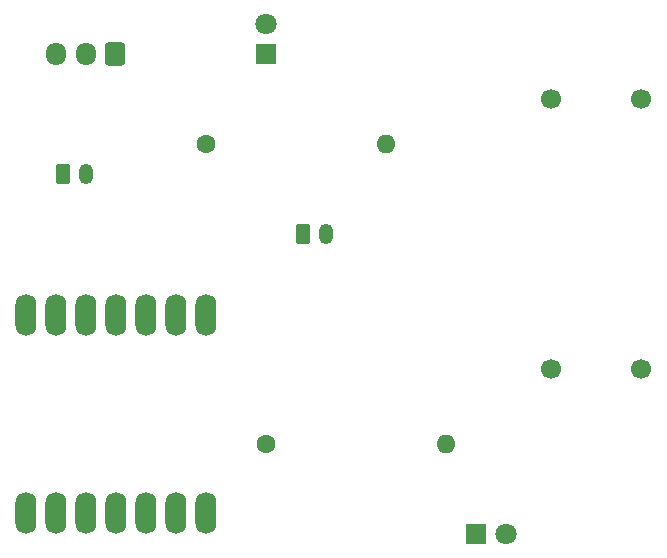
<source format=gbr>
%TF.GenerationSoftware,KiCad,Pcbnew,8.0.8*%
%TF.CreationDate,2025-03-02T00:43:29-07:00*%
%TF.ProjectId,techin514-final-project,74656368-696e-4353-9134-2d66696e616c,rev?*%
%TF.SameCoordinates,Original*%
%TF.FileFunction,Soldermask,Top*%
%TF.FilePolarity,Negative*%
%FSLAX46Y46*%
G04 Gerber Fmt 4.6, Leading zero omitted, Abs format (unit mm)*
G04 Created by KiCad (PCBNEW 8.0.8) date 2025-03-02 00:43:29*
%MOMM*%
%LPD*%
G01*
G04 APERTURE LIST*
G04 Aperture macros list*
%AMRoundRect*
0 Rectangle with rounded corners*
0 $1 Rounding radius*
0 $2 $3 $4 $5 $6 $7 $8 $9 X,Y pos of 4 corners*
0 Add a 4 corners polygon primitive as box body*
4,1,4,$2,$3,$4,$5,$6,$7,$8,$9,$2,$3,0*
0 Add four circle primitives for the rounded corners*
1,1,$1+$1,$2,$3*
1,1,$1+$1,$4,$5*
1,1,$1+$1,$6,$7*
1,1,$1+$1,$8,$9*
0 Add four rect primitives between the rounded corners*
20,1,$1+$1,$2,$3,$4,$5,0*
20,1,$1+$1,$4,$5,$6,$7,0*
20,1,$1+$1,$6,$7,$8,$9,0*
20,1,$1+$1,$8,$9,$2,$3,0*%
G04 Aperture macros list end*
%ADD10RoundRect,0.250000X-0.350000X-0.625000X0.350000X-0.625000X0.350000X0.625000X-0.350000X0.625000X0*%
%ADD11O,1.200000X1.750000*%
%ADD12R,1.800000X1.800000*%
%ADD13C,1.800000*%
%ADD14RoundRect,0.250000X0.600000X0.725000X-0.600000X0.725000X-0.600000X-0.725000X0.600000X-0.725000X0*%
%ADD15O,1.700000X1.950000*%
%ADD16C,1.700000*%
%ADD17C,1.600000*%
%ADD18O,1.600000X1.600000*%
%ADD19O,1.778000X3.556000*%
G04 APERTURE END LIST*
D10*
%TO.C,J1*%
X89440000Y-81280000D03*
D11*
X91440000Y-81280000D03*
%TD*%
D12*
%TO.C,D2*%
X104140000Y-106680000D03*
D13*
X106680000Y-106680000D03*
%TD*%
D14*
%TO.C,SW1*%
X73580000Y-66040000D03*
D15*
X71080000Y-66040000D03*
X68580000Y-66040000D03*
%TD*%
D16*
%TO.C,M1*%
X110490000Y-69850000D03*
X118110000Y-69850000D03*
X110490000Y-92710000D03*
X118110000Y-92710000D03*
%TD*%
D17*
%TO.C,R1*%
X81280000Y-73660000D03*
D18*
X96520000Y-73660000D03*
%TD*%
D19*
%TO.C,U1*%
X66040000Y-104902000D03*
X68580000Y-104902000D03*
X71120000Y-104902000D03*
X73660000Y-104902000D03*
X76200000Y-104902000D03*
X78740000Y-104902000D03*
X81280000Y-104902000D03*
X66040000Y-88138000D03*
X68580000Y-88138000D03*
X71120000Y-88138000D03*
X73660000Y-88138000D03*
X76200000Y-88138000D03*
X78740000Y-88138000D03*
X81280000Y-88138000D03*
%TD*%
D17*
%TO.C,R2*%
X86360000Y-99060000D03*
D18*
X101600000Y-99060000D03*
%TD*%
D12*
%TO.C,D1*%
X86360000Y-66040000D03*
D13*
X86360000Y-63500000D03*
%TD*%
D10*
%TO.C,BT1*%
X69120000Y-76200000D03*
D11*
X71120000Y-76200000D03*
%TD*%
M02*

</source>
